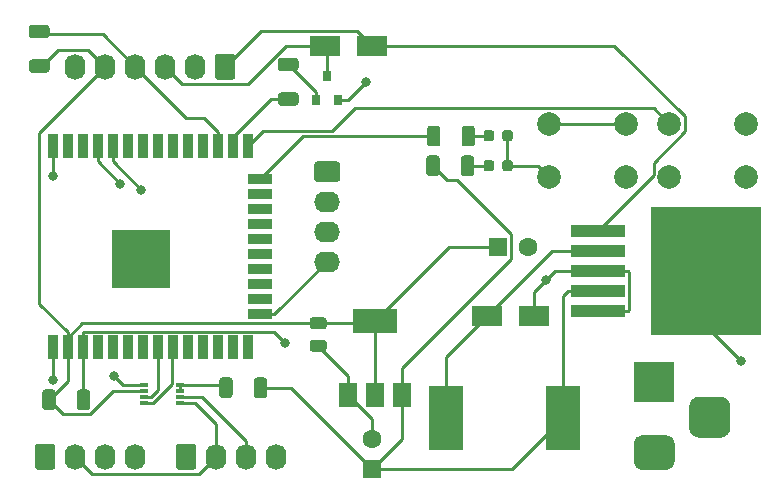
<source format=gbr>
%TF.GenerationSoftware,KiCad,Pcbnew,5.1.9+dfsg1-1*%
%TF.CreationDate,2021-12-22T14:02:19+01:00*%
%TF.ProjectId,lidar_board,6c696461-725f-4626-9f61-72642e6b6963,rev?*%
%TF.SameCoordinates,Original*%
%TF.FileFunction,Copper,L1,Top*%
%TF.FilePolarity,Positive*%
%FSLAX46Y46*%
G04 Gerber Fmt 4.6, Leading zero omitted, Abs format (unit mm)*
G04 Created by KiCad (PCBNEW 5.1.9+dfsg1-1) date 2021-12-22 14:02:19*
%MOMM*%
%LPD*%
G01*
G04 APERTURE LIST*
%TA.AperFunction,ComponentPad*%
%ADD10C,1.600000*%
%TD*%
%TA.AperFunction,ComponentPad*%
%ADD11R,1.600000X1.600000*%
%TD*%
%TA.AperFunction,SMDPad,CuDef*%
%ADD12R,2.500000X1.800000*%
%TD*%
%TA.AperFunction,ComponentPad*%
%ADD13R,3.500000X3.500000*%
%TD*%
%TA.AperFunction,ComponentPad*%
%ADD14O,2.190000X1.740000*%
%TD*%
%TA.AperFunction,ComponentPad*%
%ADD15O,1.740000X2.190000*%
%TD*%
%TA.AperFunction,SMDPad,CuDef*%
%ADD16R,2.900000X5.400000*%
%TD*%
%TA.AperFunction,SMDPad,CuDef*%
%ADD17R,0.800000X0.900000*%
%TD*%
%TA.AperFunction,ComponentPad*%
%ADD18C,2.000000*%
%TD*%
%TA.AperFunction,SMDPad,CuDef*%
%ADD19R,4.600000X1.100000*%
%TD*%
%TA.AperFunction,SMDPad,CuDef*%
%ADD20R,9.400000X10.800000*%
%TD*%
%TA.AperFunction,SMDPad,CuDef*%
%ADD21R,0.800000X0.300000*%
%TD*%
%TA.AperFunction,SMDPad,CuDef*%
%ADD22R,3.800000X2.000000*%
%TD*%
%TA.AperFunction,SMDPad,CuDef*%
%ADD23R,1.500000X2.000000*%
%TD*%
%TA.AperFunction,SMDPad,CuDef*%
%ADD24R,5.000000X5.000000*%
%TD*%
%TA.AperFunction,SMDPad,CuDef*%
%ADD25R,0.900000X2.000000*%
%TD*%
%TA.AperFunction,SMDPad,CuDef*%
%ADD26R,2.000000X0.900000*%
%TD*%
%TA.AperFunction,ViaPad*%
%ADD27C,0.800000*%
%TD*%
%TA.AperFunction,Conductor*%
%ADD28C,0.250000*%
%TD*%
G04 APERTURE END LIST*
D10*
%TO.P,C1,2*%
%TO.N,GND*%
X167386000Y-111038000D03*
D11*
%TO.P,C1,1*%
%TO.N,+5V*%
X167386000Y-113538000D03*
%TD*%
%TO.P,C2,1*%
%TO.N,+3V3*%
X178054000Y-94742000D03*
D10*
%TO.P,C2,2*%
%TO.N,GND*%
X180554000Y-94742000D03*
%TD*%
%TO.P,C3,1*%
%TO.N,+3V3*%
%TA.AperFunction,SMDPad,CuDef*%
G36*
G01*
X162339000Y-100724000D02*
X163289000Y-100724000D01*
G75*
G02*
X163539000Y-100974000I0J-250000D01*
G01*
X163539000Y-101474000D01*
G75*
G02*
X163289000Y-101724000I-250000J0D01*
G01*
X162339000Y-101724000D01*
G75*
G02*
X162089000Y-101474000I0J250000D01*
G01*
X162089000Y-100974000D01*
G75*
G02*
X162339000Y-100724000I250000J0D01*
G01*
G37*
%TD.AperFunction*%
%TO.P,C3,2*%
%TO.N,GND*%
%TA.AperFunction,SMDPad,CuDef*%
G36*
G01*
X162339000Y-102624000D02*
X163289000Y-102624000D01*
G75*
G02*
X163539000Y-102874000I0J-250000D01*
G01*
X163539000Y-103374000D01*
G75*
G02*
X163289000Y-103624000I-250000J0D01*
G01*
X162339000Y-103624000D01*
G75*
G02*
X162089000Y-103374000I0J250000D01*
G01*
X162089000Y-102874000D01*
G75*
G02*
X162339000Y-102624000I250000J0D01*
G01*
G37*
%TD.AperFunction*%
%TD*%
D12*
%TO.P,D1,2*%
%TO.N,GND*%
X181070000Y-100584000D03*
%TO.P,D1,1*%
%TO.N,Net-(D1-Pad1)*%
X177070000Y-100584000D03*
%TD*%
%TO.P,Power,2*%
%TO.N,Net-(D2-Pad2)*%
%TA.AperFunction,SMDPad,CuDef*%
G36*
G01*
X177704000Y-87627750D02*
X177704000Y-88140250D01*
G75*
G02*
X177485250Y-88359000I-218750J0D01*
G01*
X177047750Y-88359000D01*
G75*
G02*
X176829000Y-88140250I0J218750D01*
G01*
X176829000Y-87627750D01*
G75*
G02*
X177047750Y-87409000I218750J0D01*
G01*
X177485250Y-87409000D01*
G75*
G02*
X177704000Y-87627750I0J-218750D01*
G01*
G37*
%TD.AperFunction*%
%TO.P,Power,1*%
%TO.N,GND*%
%TA.AperFunction,SMDPad,CuDef*%
G36*
G01*
X179279000Y-87627750D02*
X179279000Y-88140250D01*
G75*
G02*
X179060250Y-88359000I-218750J0D01*
G01*
X178622750Y-88359000D01*
G75*
G02*
X178404000Y-88140250I0J218750D01*
G01*
X178404000Y-87627750D01*
G75*
G02*
X178622750Y-87409000I218750J0D01*
G01*
X179060250Y-87409000D01*
G75*
G02*
X179279000Y-87627750I0J-218750D01*
G01*
G37*
%TD.AperFunction*%
%TD*%
%TO.P,Status,1*%
%TO.N,GND*%
%TA.AperFunction,SMDPad,CuDef*%
G36*
G01*
X179279000Y-85087750D02*
X179279000Y-85600250D01*
G75*
G02*
X179060250Y-85819000I-218750J0D01*
G01*
X178622750Y-85819000D01*
G75*
G02*
X178404000Y-85600250I0J218750D01*
G01*
X178404000Y-85087750D01*
G75*
G02*
X178622750Y-84869000I218750J0D01*
G01*
X179060250Y-84869000D01*
G75*
G02*
X179279000Y-85087750I0J-218750D01*
G01*
G37*
%TD.AperFunction*%
%TO.P,Status,2*%
%TO.N,Net-(D3-Pad2)*%
%TA.AperFunction,SMDPad,CuDef*%
G36*
G01*
X177704000Y-85087750D02*
X177704000Y-85600250D01*
G75*
G02*
X177485250Y-85819000I-218750J0D01*
G01*
X177047750Y-85819000D01*
G75*
G02*
X176829000Y-85600250I0J218750D01*
G01*
X176829000Y-85087750D01*
G75*
G02*
X177047750Y-84869000I218750J0D01*
G01*
X177485250Y-84869000D01*
G75*
G02*
X177704000Y-85087750I0J-218750D01*
G01*
G37*
%TD.AperFunction*%
%TD*%
%TO.P,D4,1*%
%TO.N,+12V*%
X167354000Y-77724000D03*
%TO.P,D4,2*%
%TO.N,/MOT-*%
X163354000Y-77724000D03*
%TD*%
D13*
%TO.P,J1,1*%
%TO.N,Net-(F1-Pad2)*%
X191262000Y-106172000D03*
%TO.P,J1,2*%
%TO.N,GND*%
%TA.AperFunction,ComponentPad*%
G36*
G01*
X192262000Y-113672000D02*
X190262000Y-113672000D01*
G75*
G02*
X189512000Y-112922000I0J750000D01*
G01*
X189512000Y-111422000D01*
G75*
G02*
X190262000Y-110672000I750000J0D01*
G01*
X192262000Y-110672000D01*
G75*
G02*
X193012000Y-111422000I0J-750000D01*
G01*
X193012000Y-112922000D01*
G75*
G02*
X192262000Y-113672000I-750000J0D01*
G01*
G37*
%TD.AperFunction*%
%TO.P,J1,3*%
%TO.N,N/C*%
%TA.AperFunction,ComponentPad*%
G36*
G01*
X196837000Y-110922000D02*
X195087000Y-110922000D01*
G75*
G02*
X194212000Y-110047000I0J875000D01*
G01*
X194212000Y-108297000D01*
G75*
G02*
X195087000Y-107422000I875000J0D01*
G01*
X196837000Y-107422000D01*
G75*
G02*
X197712000Y-108297000I0J-875000D01*
G01*
X197712000Y-110047000D01*
G75*
G02*
X196837000Y-110922000I-875000J0D01*
G01*
G37*
%TD.AperFunction*%
%TD*%
D14*
%TO.P,UART,4*%
%TO.N,GND*%
X163576000Y-96012000D03*
%TO.P,UART,3*%
%TO.N,/UART_MOSI*%
X163576000Y-93472000D03*
%TO.P,UART,2*%
%TO.N,/UART_MISO*%
X163576000Y-90932000D03*
%TO.P,UART,1*%
%TO.N,Net-(J2-Pad1)*%
%TA.AperFunction,ComponentPad*%
G36*
G01*
X162730999Y-87522000D02*
X164421001Y-87522000D01*
G75*
G02*
X164671000Y-87771999I0J-249999D01*
G01*
X164671000Y-89012001D01*
G75*
G02*
X164421001Y-89262000I-249999J0D01*
G01*
X162730999Y-89262000D01*
G75*
G02*
X162481000Y-89012001I0J249999D01*
G01*
X162481000Y-87771999D01*
G75*
G02*
X162730999Y-87522000I249999J0D01*
G01*
G37*
%TD.AperFunction*%
%TD*%
%TO.P,I2C,1*%
%TO.N,Net-(J3-Pad1)*%
%TA.AperFunction,ComponentPad*%
G36*
G01*
X150768000Y-113367001D02*
X150768000Y-111676999D01*
G75*
G02*
X151017999Y-111427000I249999J0D01*
G01*
X152258001Y-111427000D01*
G75*
G02*
X152508000Y-111676999I0J-249999D01*
G01*
X152508000Y-113367001D01*
G75*
G02*
X152258001Y-113617000I-249999J0D01*
G01*
X151017999Y-113617000D01*
G75*
G02*
X150768000Y-113367001I0J249999D01*
G01*
G37*
%TD.AperFunction*%
D15*
%TO.P,I2C,2*%
%TO.N,Net-(J3-Pad2)*%
X154178000Y-112522000D03*
%TO.P,I2C,3*%
%TO.N,Net-(J3-Pad3)*%
X156718000Y-112522000D03*
%TO.P,I2C,4*%
%TO.N,GND*%
X159258000Y-112522000D03*
%TD*%
%TO.P,I2C,1*%
%TO.N,Net-(J4-Pad1)*%
%TA.AperFunction,ComponentPad*%
G36*
G01*
X138830000Y-113367001D02*
X138830000Y-111676999D01*
G75*
G02*
X139079999Y-111427000I249999J0D01*
G01*
X140320001Y-111427000D01*
G75*
G02*
X140570000Y-111676999I0J-249999D01*
G01*
X140570000Y-113367001D01*
G75*
G02*
X140320001Y-113617000I-249999J0D01*
G01*
X139079999Y-113617000D01*
G75*
G02*
X138830000Y-113367001I0J249999D01*
G01*
G37*
%TD.AperFunction*%
%TO.P,I2C,2*%
%TO.N,Net-(J3-Pad2)*%
X142240000Y-112522000D03*
%TO.P,I2C,3*%
%TO.N,Net-(J3-Pad3)*%
X144780000Y-112522000D03*
%TO.P,I2C,4*%
%TO.N,GND*%
X147320000Y-112522000D03*
%TD*%
D16*
%TO.P,L1,1*%
%TO.N,Net-(D1-Pad1)*%
X173612000Y-109220000D03*
%TO.P,L1,2*%
%TO.N,+5V*%
X183512000Y-109220000D03*
%TD*%
D17*
%TO.P,Q1,1*%
%TO.N,Net-(Q1-Pad1)*%
X162626000Y-82280000D03*
%TO.P,Q1,2*%
%TO.N,GND*%
X164526000Y-82280000D03*
%TO.P,Q1,3*%
%TO.N,/MOT-*%
X163576000Y-80280000D03*
%TD*%
%TO.P,R1,1*%
%TO.N,+5V*%
%TA.AperFunction,SMDPad,CuDef*%
G36*
G01*
X158489000Y-106054998D02*
X158489000Y-107305002D01*
G75*
G02*
X158239002Y-107555000I-249998J0D01*
G01*
X157613998Y-107555000D01*
G75*
G02*
X157364000Y-107305002I0J249998D01*
G01*
X157364000Y-106054998D01*
G75*
G02*
X157613998Y-105805000I249998J0D01*
G01*
X158239002Y-105805000D01*
G75*
G02*
X158489000Y-106054998I0J-249998D01*
G01*
G37*
%TD.AperFunction*%
%TO.P,R1,2*%
%TO.N,Net-(R1-Pad2)*%
%TA.AperFunction,SMDPad,CuDef*%
G36*
G01*
X155564000Y-106054998D02*
X155564000Y-107305002D01*
G75*
G02*
X155314002Y-107555000I-249998J0D01*
G01*
X154688998Y-107555000D01*
G75*
G02*
X154439000Y-107305002I0J249998D01*
G01*
X154439000Y-106054998D01*
G75*
G02*
X154688998Y-105805000I249998J0D01*
G01*
X155314002Y-105805000D01*
G75*
G02*
X155564000Y-106054998I0J-249998D01*
G01*
G37*
%TD.AperFunction*%
%TD*%
%TO.P,R2,2*%
%TO.N,Net-(D2-Pad2)*%
%TA.AperFunction,SMDPad,CuDef*%
G36*
G01*
X174890000Y-88509002D02*
X174890000Y-87258998D01*
G75*
G02*
X175139998Y-87009000I249998J0D01*
G01*
X175765002Y-87009000D01*
G75*
G02*
X176015000Y-87258998I0J-249998D01*
G01*
X176015000Y-88509002D01*
G75*
G02*
X175765002Y-88759000I-249998J0D01*
G01*
X175139998Y-88759000D01*
G75*
G02*
X174890000Y-88509002I0J249998D01*
G01*
G37*
%TD.AperFunction*%
%TO.P,R2,1*%
%TO.N,+5V*%
%TA.AperFunction,SMDPad,CuDef*%
G36*
G01*
X171965000Y-88509002D02*
X171965000Y-87258998D01*
G75*
G02*
X172214998Y-87009000I249998J0D01*
G01*
X172840002Y-87009000D01*
G75*
G02*
X173090000Y-87258998I0J-249998D01*
G01*
X173090000Y-88509002D01*
G75*
G02*
X172840002Y-88759000I-249998J0D01*
G01*
X172214998Y-88759000D01*
G75*
G02*
X171965000Y-88509002I0J249998D01*
G01*
G37*
%TD.AperFunction*%
%TD*%
%TO.P,R3,2*%
%TO.N,Net-(R3-Pad2)*%
%TA.AperFunction,SMDPad,CuDef*%
G36*
G01*
X142378000Y-108321002D02*
X142378000Y-107070998D01*
G75*
G02*
X142627998Y-106821000I249998J0D01*
G01*
X143253002Y-106821000D01*
G75*
G02*
X143503000Y-107070998I0J-249998D01*
G01*
X143503000Y-108321002D01*
G75*
G02*
X143253002Y-108571000I-249998J0D01*
G01*
X142627998Y-108571000D01*
G75*
G02*
X142378000Y-108321002I0J249998D01*
G01*
G37*
%TD.AperFunction*%
%TO.P,R3,1*%
%TO.N,+3V3*%
%TA.AperFunction,SMDPad,CuDef*%
G36*
G01*
X139453000Y-108321002D02*
X139453000Y-107070998D01*
G75*
G02*
X139702998Y-106821000I249998J0D01*
G01*
X140328002Y-106821000D01*
G75*
G02*
X140578000Y-107070998I0J-249998D01*
G01*
X140578000Y-108321002D01*
G75*
G02*
X140328002Y-108571000I-249998J0D01*
G01*
X139702998Y-108571000D01*
G75*
G02*
X139453000Y-108321002I0J249998D01*
G01*
G37*
%TD.AperFunction*%
%TD*%
%TO.P,R4,1*%
%TO.N,Net-(R4-Pad1)*%
%TA.AperFunction,SMDPad,CuDef*%
G36*
G01*
X172033001Y-86000003D02*
X172033001Y-84749999D01*
G75*
G02*
X172282999Y-84500001I249998J0D01*
G01*
X172908003Y-84500001D01*
G75*
G02*
X173158001Y-84749999I0J-249998D01*
G01*
X173158001Y-86000003D01*
G75*
G02*
X172908003Y-86250001I-249998J0D01*
G01*
X172282999Y-86250001D01*
G75*
G02*
X172033001Y-86000003I0J249998D01*
G01*
G37*
%TD.AperFunction*%
%TO.P,R4,2*%
%TO.N,Net-(D3-Pad2)*%
%TA.AperFunction,SMDPad,CuDef*%
G36*
G01*
X174958001Y-86000003D02*
X174958001Y-84749999D01*
G75*
G02*
X175207999Y-84500001I249998J0D01*
G01*
X175833003Y-84500001D01*
G75*
G02*
X176083001Y-84749999I0J-249998D01*
G01*
X176083001Y-86000003D01*
G75*
G02*
X175833003Y-86250001I-249998J0D01*
G01*
X175207999Y-86250001D01*
G75*
G02*
X174958001Y-86000003I0J249998D01*
G01*
G37*
%TD.AperFunction*%
%TD*%
%TO.P,R5,1*%
%TO.N,Net-(Q1-Pad1)*%
%TA.AperFunction,SMDPad,CuDef*%
G36*
G01*
X159648998Y-78747000D02*
X160899002Y-78747000D01*
G75*
G02*
X161149000Y-78996998I0J-249998D01*
G01*
X161149000Y-79622002D01*
G75*
G02*
X160899002Y-79872000I-249998J0D01*
G01*
X159648998Y-79872000D01*
G75*
G02*
X159399000Y-79622002I0J249998D01*
G01*
X159399000Y-78996998D01*
G75*
G02*
X159648998Y-78747000I249998J0D01*
G01*
G37*
%TD.AperFunction*%
%TO.P,R5,2*%
%TO.N,/MOT_PWM*%
%TA.AperFunction,SMDPad,CuDef*%
G36*
G01*
X159648998Y-81672000D02*
X160899002Y-81672000D01*
G75*
G02*
X161149000Y-81921998I0J-249998D01*
G01*
X161149000Y-82547002D01*
G75*
G02*
X160899002Y-82797000I-249998J0D01*
G01*
X159648998Y-82797000D01*
G75*
G02*
X159399000Y-82547002I0J249998D01*
G01*
X159399000Y-81921998D01*
G75*
G02*
X159648998Y-81672000I249998J0D01*
G01*
G37*
%TD.AperFunction*%
%TD*%
D18*
%TO.P,Reset,1*%
%TO.N,Net-(R3-Pad2)*%
X188872000Y-84328000D03*
%TO.P,Reset,2*%
%TO.N,GND*%
X188872000Y-88828000D03*
%TO.P,Reset,1*%
%TO.N,Net-(R3-Pad2)*%
X182372000Y-84328000D03*
%TO.P,Reset,2*%
%TO.N,GND*%
X182372000Y-88828000D03*
%TD*%
%TO.P,Boot,2*%
%TO.N,GND*%
X192532000Y-88828000D03*
%TO.P,Boot,1*%
%TO.N,Net-(SW2-Pad1)*%
X192532000Y-84328000D03*
%TO.P,Boot,2*%
%TO.N,GND*%
X199032000Y-88828000D03*
%TO.P,Boot,1*%
%TO.N,Net-(SW2-Pad1)*%
X199032000Y-84328000D03*
%TD*%
D19*
%TO.P,U1,1*%
%TO.N,+12V*%
X186503000Y-93374000D03*
%TO.P,U1,2*%
%TO.N,Net-(D1-Pad1)*%
X186503000Y-95074000D03*
%TO.P,U1,3*%
%TO.N,GND*%
X186503000Y-96774000D03*
%TO.P,U1,4*%
%TO.N,+5V*%
X186503000Y-98474000D03*
%TO.P,U1,5*%
%TO.N,GND*%
X186503000Y-100174000D03*
D20*
%TO.P,U1,3*%
X195653000Y-96774000D03*
%TD*%
D21*
%TO.P,U2,1*%
%TO.N,GND*%
X148056000Y-106438000D03*
%TO.P,U2,2*%
%TO.N,+3V3*%
X148056000Y-106938000D03*
%TO.P,U2,3*%
%TO.N,/I2C_SCL*%
X148056000Y-107438000D03*
%TO.P,U2,4*%
%TO.N,/I2C_SDA*%
X148056000Y-107938000D03*
%TO.P,U2,5*%
%TO.N,Net-(J3-Pad2)*%
X151156000Y-107938000D03*
%TO.P,U2,6*%
%TO.N,Net-(J3-Pad3)*%
X151156000Y-107438000D03*
%TO.P,U2,7*%
%TO.N,Net-(R1-Pad2)*%
X151156000Y-106938000D03*
%TO.P,U2,8*%
X151156000Y-106438000D03*
%TD*%
D22*
%TO.P,U3,2*%
%TO.N,+3V3*%
X167640000Y-100990000D03*
D23*
X167640000Y-107290000D03*
%TO.P,U3,3*%
%TO.N,+5V*%
X169940000Y-107290000D03*
%TO.P,U3,1*%
%TO.N,GND*%
X165340000Y-107290000D03*
%TD*%
D24*
%TO.P,U4,39*%
%TO.N,GND*%
X147835000Y-95742000D03*
D25*
%TO.P,U4,1*%
X140335000Y-103242000D03*
%TO.P,U4,2*%
%TO.N,+3V3*%
X141605000Y-103242000D03*
%TO.P,U4,3*%
%TO.N,Net-(R3-Pad2)*%
X142875000Y-103242000D03*
%TO.P,U4,4*%
%TO.N,Net-(U4-Pad4)*%
X144145000Y-103242000D03*
%TO.P,U4,5*%
%TO.N,Net-(U4-Pad5)*%
X145415000Y-103242000D03*
%TO.P,U4,6*%
%TO.N,Net-(U4-Pad6)*%
X146685000Y-103242000D03*
%TO.P,U4,7*%
%TO.N,Net-(U4-Pad7)*%
X147955000Y-103242000D03*
%TO.P,U4,8*%
%TO.N,/I2C_SCL*%
X149225000Y-103242000D03*
%TO.P,U4,9*%
%TO.N,/I2C_SDA*%
X150495000Y-103242000D03*
%TO.P,U4,10*%
%TO.N,Net-(U4-Pad10)*%
X151765000Y-103242000D03*
%TO.P,U4,11*%
%TO.N,Net-(U4-Pad11)*%
X153035000Y-103242000D03*
%TO.P,U4,12*%
%TO.N,Net-(U4-Pad12)*%
X154305000Y-103242000D03*
%TO.P,U4,13*%
%TO.N,Net-(U4-Pad13)*%
X155575000Y-103242000D03*
%TO.P,U4,14*%
%TO.N,Net-(U4-Pad14)*%
X156845000Y-103242000D03*
D26*
%TO.P,U4,15*%
%TO.N,GND*%
X157845000Y-100457000D03*
%TO.P,U4,16*%
%TO.N,Net-(U4-Pad16)*%
X157845000Y-99187000D03*
%TO.P,U4,17*%
%TO.N,Net-(U4-Pad17)*%
X157845000Y-97917000D03*
%TO.P,U4,18*%
%TO.N,Net-(U4-Pad18)*%
X157845000Y-96647000D03*
%TO.P,U4,19*%
%TO.N,Net-(U4-Pad19)*%
X157845000Y-95377000D03*
%TO.P,U4,20*%
%TO.N,Net-(U4-Pad20)*%
X157845000Y-94107000D03*
%TO.P,U4,21*%
%TO.N,Net-(U4-Pad21)*%
X157845000Y-92837000D03*
%TO.P,U4,22*%
%TO.N,Net-(U4-Pad22)*%
X157845000Y-91567000D03*
%TO.P,U4,23*%
%TO.N,Net-(U4-Pad23)*%
X157845000Y-90297000D03*
%TO.P,U4,24*%
%TO.N,Net-(R4-Pad1)*%
X157845000Y-89027000D03*
D25*
%TO.P,U4,25*%
%TO.N,Net-(SW2-Pad1)*%
X156845000Y-86242000D03*
%TO.P,U4,26*%
%TO.N,/MOT_PWM*%
X155575000Y-86242000D03*
%TO.P,U4,27*%
%TO.N,/LDS_TX*%
X154305000Y-86242000D03*
%TO.P,U4,28*%
%TO.N,Net-(U4-Pad28)*%
X153035000Y-86242000D03*
%TO.P,U4,29*%
%TO.N,Net-(U4-Pad29)*%
X151765000Y-86242000D03*
%TO.P,U4,30*%
%TO.N,Net-(U4-Pad30)*%
X150495000Y-86242000D03*
%TO.P,U4,31*%
%TO.N,Net-(U4-Pad31)*%
X149225000Y-86242000D03*
%TO.P,U4,32*%
%TO.N,Net-(U4-Pad32)*%
X147955000Y-86242000D03*
%TO.P,U4,33*%
%TO.N,Net-(U4-Pad33)*%
X146685000Y-86242000D03*
%TO.P,U4,34*%
%TO.N,/UART_MOSI*%
X145415000Y-86242000D03*
%TO.P,U4,35*%
%TO.N,/UART_MISO*%
X144145000Y-86242000D03*
%TO.P,U4,36*%
%TO.N,Net-(U4-Pad36)*%
X142875000Y-86242000D03*
%TO.P,U4,37*%
%TO.N,Net-(U4-Pad37)*%
X141605000Y-86242000D03*
%TO.P,U4,38*%
%TO.N,GND*%
X140335000Y-86242000D03*
%TD*%
%TO.P,Lidar,1*%
%TO.N,+12V*%
%TA.AperFunction,ComponentPad*%
G36*
G01*
X155810000Y-78656999D02*
X155810000Y-80347001D01*
G75*
G02*
X155560001Y-80597000I-249999J0D01*
G01*
X154319999Y-80597000D01*
G75*
G02*
X154070000Y-80347001I0J249999D01*
G01*
X154070000Y-78656999D01*
G75*
G02*
X154319999Y-78407000I249999J0D01*
G01*
X155560001Y-78407000D01*
G75*
G02*
X155810000Y-78656999I0J-249999D01*
G01*
G37*
%TD.AperFunction*%
D15*
%TO.P,Lidar,2*%
%TO.N,GND*%
X152400000Y-79502000D03*
%TO.P,Lidar,3*%
%TO.N,/MOT-*%
X149860000Y-79502000D03*
%TO.P,Lidar,4*%
%TO.N,/LDS_TX*%
X147320000Y-79502000D03*
%TO.P,Lidar,5*%
%TO.N,+3V3*%
X144780000Y-79502000D03*
%TO.P,Lidar,6*%
%TO.N,Net-(J5-Pad6)*%
X142240000Y-79502000D03*
%TD*%
%TO.P,R6,1*%
%TO.N,/LDS_TX*%
%TA.AperFunction,SMDPad,CuDef*%
G36*
G01*
X138566999Y-75953000D02*
X139817001Y-75953000D01*
G75*
G02*
X140067000Y-76202999I0J-249999D01*
G01*
X140067000Y-76828001D01*
G75*
G02*
X139817001Y-77078000I-249999J0D01*
G01*
X138566999Y-77078000D01*
G75*
G02*
X138317000Y-76828001I0J249999D01*
G01*
X138317000Y-76202999D01*
G75*
G02*
X138566999Y-75953000I249999J0D01*
G01*
G37*
%TD.AperFunction*%
%TO.P,R6,2*%
%TO.N,+3V3*%
%TA.AperFunction,SMDPad,CuDef*%
G36*
G01*
X138566999Y-78878000D02*
X139817001Y-78878000D01*
G75*
G02*
X140067000Y-79127999I0J-249999D01*
G01*
X140067000Y-79753001D01*
G75*
G02*
X139817001Y-80003000I-249999J0D01*
G01*
X138566999Y-80003000D01*
G75*
G02*
X138317000Y-79753001I0J249999D01*
G01*
X138317000Y-79127999D01*
G75*
G02*
X138566999Y-78878000I249999J0D01*
G01*
G37*
%TD.AperFunction*%
%TD*%
D27*
%TO.N,GND*%
X149606000Y-93980000D03*
X146050000Y-93980000D03*
X146050000Y-97536000D03*
X149606000Y-97536000D03*
X145542000Y-105664000D03*
X140335000Y-106045000D03*
X182118000Y-97536000D03*
X198628000Y-104394000D03*
X140335000Y-88773000D03*
X166878000Y-80772000D03*
%TO.N,/UART_MOSI*%
X147828000Y-89905000D03*
%TO.N,/UART_MISO*%
X146061000Y-89408000D03*
%TO.N,Net-(R3-Pad2)*%
X160020000Y-102870000D03*
%TD*%
D28*
%TO.N,GND*%
X189053000Y-96774000D02*
X186503000Y-96774000D01*
X189128001Y-96849001D02*
X189053000Y-96774000D01*
X189053000Y-100174000D02*
X189128001Y-100098999D01*
X189128001Y-100098999D02*
X189128001Y-96849001D01*
X186503000Y-100174000D02*
X189053000Y-100174000D01*
X167386000Y-109336000D02*
X165340000Y-107290000D01*
X167386000Y-111038000D02*
X167386000Y-109336000D01*
X148056000Y-106438000D02*
X146316000Y-106438000D01*
X146316000Y-106438000D02*
X145542000Y-105664000D01*
X140335000Y-103242000D02*
X140335000Y-106045000D01*
X165340000Y-105650000D02*
X162814000Y-103124000D01*
X165340000Y-107290000D02*
X165340000Y-105650000D01*
X178841500Y-85344000D02*
X178841500Y-87884000D01*
X181428000Y-87884000D02*
X182372000Y-88828000D01*
X178841500Y-87884000D02*
X181428000Y-87884000D01*
X181070000Y-100584000D02*
X181070000Y-98584000D01*
X181070000Y-98584000D02*
X182118000Y-97536000D01*
X182880000Y-96774000D02*
X182118000Y-97536000D01*
X186503000Y-96774000D02*
X182880000Y-96774000D01*
X195653000Y-96774000D02*
X195653000Y-101419000D01*
X195653000Y-101419000D02*
X198628000Y-104394000D01*
X163540000Y-96012000D02*
X163576000Y-96012000D01*
X159095000Y-100457000D02*
X163540000Y-96012000D01*
X157845000Y-100457000D02*
X159095000Y-100457000D01*
X140335000Y-86242000D02*
X140335000Y-88773000D01*
X164526000Y-82280000D02*
X165370000Y-82280000D01*
X165370000Y-82280000D02*
X166878000Y-80772000D01*
X166878000Y-80772000D02*
X166878000Y-80772000D01*
%TO.N,+5V*%
X183953000Y-98474000D02*
X186503000Y-98474000D01*
X183512000Y-98915000D02*
X183953000Y-98474000D01*
X183512000Y-109220000D02*
X183512000Y-98915000D01*
X179194000Y-113538000D02*
X183512000Y-109220000D01*
X167386000Y-113538000D02*
X179194000Y-113538000D01*
X169940000Y-110984000D02*
X167386000Y-113538000D01*
X169940000Y-107290000D02*
X169940000Y-110984000D01*
X160528000Y-106680000D02*
X167386000Y-113538000D01*
X157926500Y-106680000D02*
X160528000Y-106680000D01*
X179179001Y-95739997D02*
X169940000Y-104978998D01*
X169940000Y-104978998D02*
X169940000Y-107290000D01*
X179179001Y-93681999D02*
X179179001Y-95739997D01*
X174581012Y-89084010D02*
X179179001Y-93681999D01*
X173727510Y-89084010D02*
X174581012Y-89084010D01*
X172527500Y-87884000D02*
X173727510Y-89084010D01*
%TO.N,+3V3*%
X167640000Y-107290000D02*
X167640000Y-100990000D01*
X141605000Y-102476998D02*
X141605000Y-103242000D01*
X142849997Y-101232001D02*
X141605000Y-102476998D01*
X167397999Y-101232001D02*
X142849997Y-101232001D01*
X167640000Y-100990000D02*
X167397999Y-101232001D01*
X141605000Y-104007002D02*
X141605000Y-103242000D01*
X173888000Y-94742000D02*
X167640000Y-100990000D01*
X178054000Y-94742000D02*
X173888000Y-94742000D01*
X141605000Y-106106500D02*
X141605000Y-103242000D01*
X140015500Y-107696000D02*
X141605000Y-106106500D01*
X141215510Y-108896010D02*
X140015500Y-107696000D01*
X143491180Y-108896010D02*
X141215510Y-108896010D01*
X145449190Y-106938000D02*
X143491180Y-108896010D01*
X148056000Y-106938000D02*
X145449190Y-106938000D01*
X139192000Y-85090000D02*
X144780000Y-79502000D01*
X139192000Y-99579000D02*
X139192000Y-85090000D01*
X141605000Y-101992000D02*
X139192000Y-99579000D01*
X141605000Y-103242000D02*
X141605000Y-101992000D01*
X140804510Y-78081990D02*
X139192000Y-79694500D01*
X143359990Y-78081990D02*
X140804510Y-78081990D01*
X144780000Y-79502000D02*
X143359990Y-78081990D01*
%TO.N,Net-(D1-Pad1)*%
X184767998Y-95074000D02*
X186503000Y-95074000D01*
X173612000Y-104042000D02*
X177070000Y-100584000D01*
X173612000Y-109220000D02*
X173612000Y-104042000D01*
X182580000Y-95074000D02*
X186503000Y-95074000D01*
X177070000Y-100584000D02*
X182580000Y-95074000D01*
%TO.N,Net-(D2-Pad2)*%
X177266500Y-87884000D02*
X175452500Y-87884000D01*
%TO.N,Net-(D3-Pad2)*%
X175551502Y-85344000D02*
X175520501Y-85375001D01*
X177266500Y-85344000D02*
X175551502Y-85344000D01*
%TO.N,Net-(F1-Pad2)*%
X189992000Y-104902000D02*
X191262000Y-106172000D01*
%TO.N,+12V*%
X193857001Y-83691999D02*
X187889002Y-77724000D01*
X191206999Y-87614003D02*
X193857001Y-84964001D01*
X193857001Y-84964001D02*
X193857001Y-83691999D01*
X191206999Y-88670001D02*
X191206999Y-87614003D01*
X186503000Y-93374000D02*
X191206999Y-88670001D01*
X166128999Y-76498999D02*
X167354000Y-77724000D01*
X157943001Y-76498999D02*
X166128999Y-76498999D01*
X154940000Y-79502000D02*
X157943001Y-76498999D01*
X187889002Y-77724000D02*
X167354000Y-77724000D01*
%TO.N,/MOT-*%
X163576000Y-77946000D02*
X163354000Y-77724000D01*
X163576000Y-80280000D02*
X163576000Y-77946000D01*
X160108810Y-77724000D02*
X163354000Y-77724000D01*
X156910800Y-80922010D02*
X160108810Y-77724000D01*
X151280010Y-80922010D02*
X156910800Y-80922010D01*
X149860000Y-79502000D02*
X151280010Y-80922010D01*
%TO.N,/UART_MOSI*%
X163576000Y-93472000D02*
X163322000Y-93472000D01*
X145415000Y-87492000D02*
X147828000Y-89905000D01*
X145415000Y-86242000D02*
X145415000Y-87492000D01*
%TO.N,/UART_MISO*%
X144145000Y-87492000D02*
X146061000Y-89408000D01*
X144145000Y-86242000D02*
X144145000Y-87492000D01*
%TO.N,Net-(J3-Pad2)*%
X151156000Y-107938000D02*
X152388000Y-107938000D01*
X154178000Y-109728000D02*
X154178000Y-112522000D01*
X152388000Y-107938000D02*
X154178000Y-109728000D01*
X143660010Y-113942010D02*
X142240000Y-112522000D01*
X152757990Y-113942010D02*
X143660010Y-113942010D01*
X154178000Y-112522000D02*
X152757990Y-113942010D01*
%TO.N,Net-(J3-Pad3)*%
X152979000Y-107438000D02*
X151156000Y-107438000D01*
X156718000Y-111177000D02*
X152979000Y-107438000D01*
X156718000Y-112522000D02*
X156718000Y-111177000D01*
%TO.N,/LDS_TX*%
X144587500Y-76769500D02*
X139192000Y-76769500D01*
X147320000Y-79502000D02*
X144587500Y-76769500D01*
X154305000Y-84992000D02*
X153133000Y-83820000D01*
X154305000Y-86242000D02*
X154305000Y-84992000D01*
X151638000Y-83820000D02*
X147320000Y-79502000D01*
X153133000Y-83820000D02*
X151638000Y-83820000D01*
%TO.N,Net-(Q1-Pad1)*%
X162626000Y-81661500D02*
X160274000Y-79309500D01*
X162626000Y-82280000D02*
X162626000Y-81661500D01*
%TO.N,Net-(R1-Pad2)*%
X151156000Y-106938000D02*
X151156000Y-106438000D01*
X154759500Y-106438000D02*
X155001500Y-106680000D01*
X151156000Y-106438000D02*
X154759500Y-106438000D01*
%TO.N,Net-(R3-Pad2)*%
X188872000Y-84328000D02*
X182372000Y-84328000D01*
X142940500Y-103307500D02*
X142875000Y-103242000D01*
X142940500Y-107696000D02*
X142940500Y-103307500D01*
X142950001Y-101916999D02*
X159066999Y-101916999D01*
X142875000Y-101992000D02*
X142950001Y-101916999D01*
X142875000Y-103242000D02*
X142875000Y-101992000D01*
X159066999Y-101916999D02*
X160020000Y-102870000D01*
%TO.N,Net-(R4-Pad1)*%
X161496999Y-85375001D02*
X157845000Y-89027000D01*
X172595501Y-85375001D02*
X161496999Y-85375001D01*
%TO.N,/MOT_PWM*%
X155575000Y-85476998D02*
X155575000Y-86242000D01*
X158817498Y-82234500D02*
X155575000Y-85476998D01*
X160274000Y-82234500D02*
X158817498Y-82234500D01*
%TO.N,Net-(SW2-Pad1)*%
X158162009Y-84924991D02*
X156845000Y-86242000D01*
X163995009Y-84924991D02*
X158162009Y-84924991D01*
X165917001Y-83002999D02*
X163995009Y-84924991D01*
X191206999Y-83002999D02*
X165917001Y-83002999D01*
X192532000Y-84328000D02*
X191206999Y-83002999D01*
%TO.N,/I2C_SCL*%
X149225000Y-106904002D02*
X149225000Y-103242000D01*
X148691002Y-107438000D02*
X149225000Y-106904002D01*
X148056000Y-107438000D02*
X148691002Y-107438000D01*
%TO.N,/I2C_SDA*%
X150430999Y-106334413D02*
X150430999Y-103306001D01*
X150430999Y-103306001D02*
X150495000Y-103242000D01*
X148827412Y-107938000D02*
X150430999Y-106334413D01*
X148056000Y-107938000D02*
X148827412Y-107938000D01*
%TD*%
M02*

</source>
